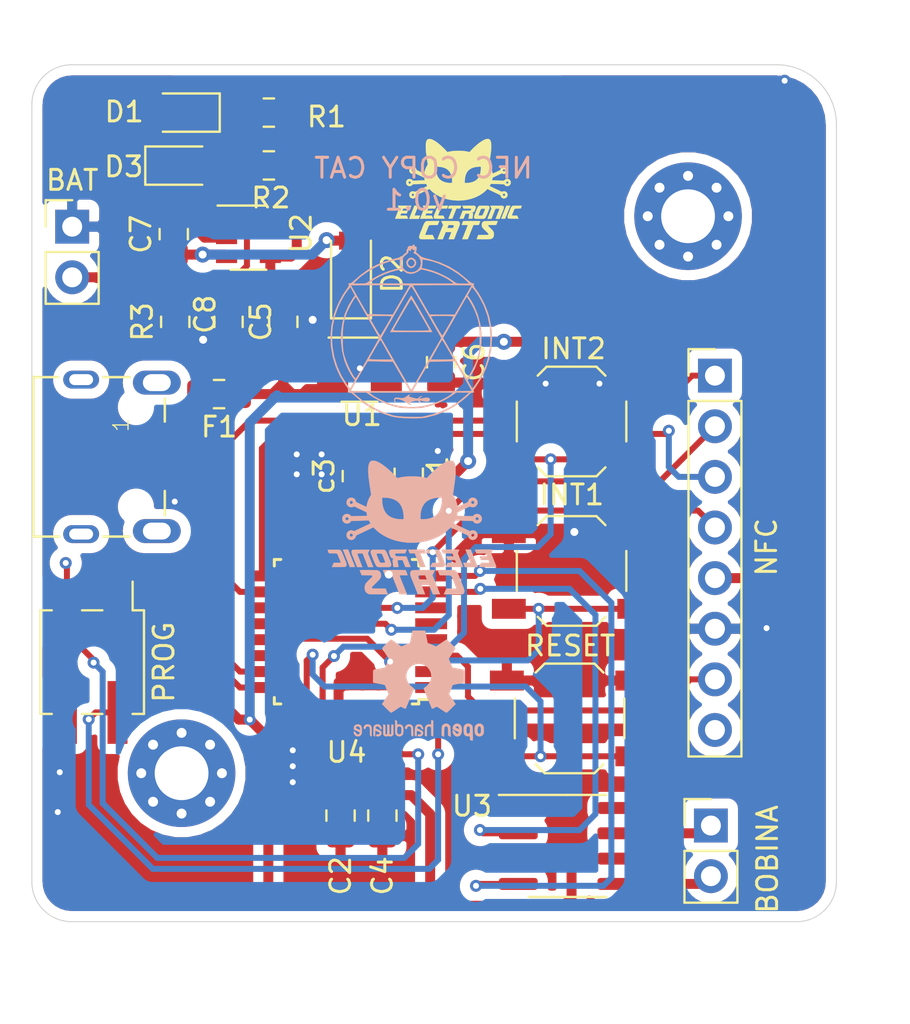
<source format=kicad_pcb>
(kicad_pcb (version 20171130) (host pcbnew "(5.1.2)-2")
  (layers (0 F.Cu signal) (31 B.Cu signal) (34 B.Paste user) (35 F.Paste user) (36 B.SilkS user) (37 F.SilkS user) (38 B.Mask user) (39 F.Mask user) (44 Edge.Cuts user))
  (net 0 "")
  (net 1 +3V3)
  (net 2 GND)
  (net 3 "Net-(C2-Pad1)")
  (net 4 VCC)
  (net 5 /BAT)
  (net 6 "Net-(D1-Pad1)")
  (net 7 "Net-(D3-Pad1)")
  (net 8 "Net-(D3-Pad2)")
  (net 9 "Net-(F1-Pad2)")
  (net 10 /D-)
  (net 11 /D+)
  (net 12 "Net-(J1-Pad4)")
  (net 13 /SWDIO)
  (net 14 /SWCLK)
  (net 15 "/13(SCK)")
  (net 16 "/12(MISO)")
  (net 17 "/11(MOSI)")
  (net 18 "/10(SS)")
  (net 19 /IRQ)
  (net 20 /OUTA)
  (net 21 /OUTB)
  (net 22 "Net-(R3-Pad2)")
  (net 23 /RESET)
  (net 24 "Net-(U3-Pad1)")
  (net 25 /IN_A)
  (net 26 /IN_B)
  (net 27 "Net-(U3-Pad8)")
  (net 28 "Net-(U4-Pad1)")
  (net 29 "Net-(U4-Pad2)")
  (net 30 "Net-(U4-Pad4)")
  (net 31 "Net-(U4-Pad5)")
  (net 32 "Net-(U4-Pad6)")
  (net 33 "Net-(U4-Pad11)")
  (net 34 "Net-(U4-Pad12)")
  (net 35 "Net-(U4-Pad13)")
  (net 36 "Net-(U4-Pad14)")
  (net 37 "Net-(U4-Pad15)")
  (net 38 "Net-(U4-Pad16)")
  (net 39 "Net-(U4-Pad21)")
  (net 40 "Net-(U4-Pad22)")
  (net 41 /SW1)
  (net 42 /SW2)
  (net 43 "Net-(J4-Pad8)")
  (module Aesthetics:electronic_cats_logo_8x6 (layer B.Cu) (at 146.79 72.42 180)
    (fp_text reference G*** hide)
    (fp_text value LOGO hide)
  )
  (module Imágenes:alm (layer B.Cu) (at 146.68 62.58 180)
    (fp_text reference G*** hide)
    (fp_text value LOGO hide)
  )
  (module Symbol:OSHW-Logo2_7.3x6mm_SilkScreen (layer B.Cu) (at 147.13 80.35 180)
    (fp_text reference REF** hide)
    (fp_text value OSHW-Logo2_7.3x6mm_SilkScreen hide)
  )
  (module Aesthetics:electronic_cats_logo_4x3 (layer F.Cu) (at 149.12 55.44)
    (fp_text reference G*** hide)
    (fp_text value LOGO hide)
  )
  (module Package_QFP:TQFP-32_7x7mm_P0.8mm (layer F.Cu) (at 143.5 77.65 180)
    (fp_text reference U4 (at 0 -6.05) (layer F.SilkS))
    (fp_text value ATSAMD21E18A)
    (pad 1 smd rect (at -4.25 -2.8 180) (size 1.6 0.55) (layers F.Cu F.Paste F.Mask) (net 28 "Net-(U4-Pad1)"))
    (pad 2 smd rect (at -4.25 -2 180) (size 1.6 0.55) (layers F.Cu F.Paste F.Mask) (net 29 "Net-(U4-Pad2)"))
    (pad 3 smd rect (at -4.25 -1.2 180) (size 1.6 0.55) (layers F.Cu F.Paste F.Mask) (net 19 /IRQ))
    (pad 4 smd rect (at -4.25 -0.4 180) (size 1.6 0.55) (layers F.Cu F.Paste F.Mask) (net 30 "Net-(U4-Pad4)"))
    (pad 5 smd rect (at -4.25 0.4 180) (size 1.6 0.55) (layers F.Cu F.Paste F.Mask) (net 31 "Net-(U4-Pad5)"))
    (pad 6 smd rect (at -4.25 1.2 180) (size 1.6 0.55) (layers F.Cu F.Paste F.Mask) (net 32 "Net-(U4-Pad6)"))
    (pad 7 smd rect (at -4.25 2 180) (size 1.6 0.55) (layers F.Cu F.Paste F.Mask) (net 25 /IN_A))
    (pad 8 smd rect (at -4.25 2.8 180) (size 1.6 0.55) (layers F.Cu F.Paste F.Mask) (net 26 /IN_B))
    (pad 9 smd rect (at -2.8 4.25 270) (size 1.6 0.55) (layers F.Cu F.Paste F.Mask) (net 1 +3V3))
    (pad 10 smd rect (at -2 4.25 270) (size 1.6 0.55) (layers F.Cu F.Paste F.Mask) (net 2 GND))
    (pad 11 smd rect (at -1.2 4.25 270) (size 1.6 0.55) (layers F.Cu F.Paste F.Mask) (net 33 "Net-(U4-Pad11)"))
    (pad 12 smd rect (at -0.4 4.25 270) (size 1.6 0.55) (layers F.Cu F.Paste F.Mask) (net 34 "Net-(U4-Pad12)"))
    (pad 13 smd rect (at 0.4 4.25 270) (size 1.6 0.55) (layers F.Cu F.Paste F.Mask) (net 35 "Net-(U4-Pad13)"))
    (pad 14 smd rect (at 1.2 4.25 270) (size 1.6 0.55) (layers F.Cu F.Paste F.Mask) (net 36 "Net-(U4-Pad14)"))
    (pad 15 smd rect (at 2 4.25 270) (size 1.6 0.55) (layers F.Cu F.Paste F.Mask) (net 37 "Net-(U4-Pad15)"))
    (pad 16 smd rect (at 2.8 4.25 270) (size 1.6 0.55) (layers F.Cu F.Paste F.Mask) (net 38 "Net-(U4-Pad16)"))
    (pad 17 smd rect (at 4.25 2.8 180) (size 1.6 0.55) (layers F.Cu F.Paste F.Mask) (net 17 "/11(MOSI)"))
    (pad 18 smd rect (at 4.25 2 180) (size 1.6 0.55) (layers F.Cu F.Paste F.Mask) (net 15 "/13(SCK)"))
    (pad 19 smd rect (at 4.25 1.2 180) (size 1.6 0.55) (layers F.Cu F.Paste F.Mask) (net 18 "/10(SS)"))
    (pad 20 smd rect (at 4.25 0.4 180) (size 1.6 0.55) (layers F.Cu F.Paste F.Mask) (net 16 "/12(MISO)"))
    (pad 21 smd rect (at 4.25 -0.4 180) (size 1.6 0.55) (layers F.Cu F.Paste F.Mask) (net 39 "Net-(U4-Pad21)"))
    (pad 22 smd rect (at 4.25 -1.2 180) (size 1.6 0.55) (layers F.Cu F.Paste F.Mask) (net 40 "Net-(U4-Pad22)"))
    (pad 23 smd rect (at 4.25 -2 180) (size 1.6 0.55) (layers F.Cu F.Paste F.Mask) (net 10 /D-))
    (pad 24 smd rect (at 4.25 -2.8 180) (size 1.6 0.55) (layers F.Cu F.Paste F.Mask) (net 11 /D+))
    (pad 25 smd rect (at 2.8 -4.25 270) (size 1.6 0.55) (layers F.Cu F.Paste F.Mask) (net 41 /SW1))
    (pad 26 smd rect (at 2 -4.25 270) (size 1.6 0.55) (layers F.Cu F.Paste F.Mask) (net 23 /RESET))
    (pad 27 smd rect (at 1.2 -4.25 270) (size 1.6 0.55) (layers F.Cu F.Paste F.Mask) (net 42 /SW2))
    (pad 28 smd rect (at 0.4 -4.25 270) (size 1.6 0.55) (layers F.Cu F.Paste F.Mask) (net 2 GND))
    (pad 29 smd rect (at -0.4 -4.25 270) (size 1.6 0.55) (layers F.Cu F.Paste F.Mask) (net 3 "Net-(C2-Pad1)"))
    (pad 30 smd rect (at -1.2 -4.25 270) (size 1.6 0.55) (layers F.Cu F.Paste F.Mask) (net 1 +3V3))
    (pad 31 smd rect (at -2 -4.25 270) (size 1.6 0.55) (layers F.Cu F.Paste F.Mask) (net 14 /SWCLK))
    (pad 32 smd rect (at -2.8 -4.25 270) (size 1.6 0.55) (layers F.Cu F.Paste F.Mask) (net 13 /SWDIO))
  )
  (module Package_SO:SOIC-8_3.9x4.9mm_P1.27mm (layer F.Cu) (at 154.6 88.4)
    (fp_text reference U3 (at -4.8 -2) (layer F.SilkS))
    (fp_text value TC4424)
    (pad 1 smd roundrect (at -2.475 -1.905) (size 1.95 0.6) (layers F.Cu F.Paste F.Mask) (net 24 "Net-(U3-Pad1)"))
    (pad 2 smd roundrect (at -2.475 -0.635) (size 1.95 0.6) (layers F.Cu F.Paste F.Mask) (net 25 /IN_A))
    (pad 3 smd roundrect (at -2.475 0.635) (size 1.95 0.6) (layers F.Cu F.Paste F.Mask) (net 2 GND))
    (pad 4 smd roundrect (at -2.475 1.905) (size 1.95 0.6) (layers F.Cu F.Paste F.Mask) (net 26 /IN_B))
    (pad 5 smd roundrect (at 2.475 1.905) (size 1.95 0.6) (layers F.Cu F.Paste F.Mask) (net 21 /OUTB))
    (pad 6 smd roundrect (at 2.475 0.635) (size 1.95 0.6) (layers F.Cu F.Paste F.Mask) (net 1 +3V3))
    (pad 7 smd roundrect (at 2.475 -0.635) (size 1.95 0.6) (layers F.Cu F.Paste F.Mask) (net 20 /OUTA))
    (pad 8 smd roundrect (at 2.475 -1.905) (size 1.95 0.6) (layers F.Cu F.Paste F.Mask) (net 27 "Net-(U3-Pad8)"))
  )
  (module MountingHole:MountingHole_2.7mm_M2.5_Pad_Via (layer F.Cu) (at 160.65 56.8)
    (fp_text reference " " (at 0 -3.7) (layer F.SilkS))
    (fp_text value MountingHole_2.7mm_M2.5_Pad_Via)
    (pad 1 thru_hole circle (at 1.431891 -1.431891) (size 0.8 0.8) (drill 0.5) (layers *.Cu *.Mask))
    (pad 1 thru_hole circle (at 0 -2.025) (size 0.8 0.8) (drill 0.5) (layers *.Cu *.Mask))
    (pad 1 thru_hole circle (at -1.431891 -1.431891) (size 0.8 0.8) (drill 0.5) (layers *.Cu *.Mask))
    (pad 1 thru_hole circle (at -2.025 0) (size 0.8 0.8) (drill 0.5) (layers *.Cu *.Mask))
    (pad 1 thru_hole circle (at -1.431891 1.431891) (size 0.8 0.8) (drill 0.5) (layers *.Cu *.Mask))
    (pad 1 thru_hole circle (at 0 2.025) (size 0.8 0.8) (drill 0.5) (layers *.Cu *.Mask))
    (pad 1 thru_hole circle (at 1.431891 1.431891) (size 0.8 0.8) (drill 0.5) (layers *.Cu *.Mask))
    (pad 1 thru_hole circle (at 2.025 0) (size 0.8 0.8) (drill 0.5) (layers *.Cu *.Mask))
    (pad 1 thru_hole circle (at 0 0) (size 5.4 5.4) (drill 2.7) (layers *.Cu *.Mask))
  )
  (module MountingHole:MountingHole_2.7mm_M2.5_Pad_Via (layer F.Cu) (at 135.218109 84.75)
    (fp_text reference " " (at 0 -3.7) (layer F.SilkS))
    (fp_text value MountingHole_2.7mm_M2.5_Pad_Via)
    (pad 1 thru_hole circle (at 1.431891 -1.431891) (size 0.8 0.8) (drill 0.5) (layers *.Cu *.Mask))
    (pad 1 thru_hole circle (at 0 -2.025) (size 0.8 0.8) (drill 0.5) (layers *.Cu *.Mask))
    (pad 1 thru_hole circle (at -1.431891 -1.431891) (size 0.8 0.8) (drill 0.5) (layers *.Cu *.Mask))
    (pad 1 thru_hole circle (at -2.025 0) (size 0.8 0.8) (drill 0.5) (layers *.Cu *.Mask))
    (pad 1 thru_hole circle (at -1.431891 1.431891) (size 0.8 0.8) (drill 0.5) (layers *.Cu *.Mask))
    (pad 1 thru_hole circle (at 0 2.025) (size 0.8 0.8) (drill 0.5) (layers *.Cu *.Mask))
    (pad 1 thru_hole circle (at 1.431891 1.431891) (size 0.8 0.8) (drill 0.5) (layers *.Cu *.Mask))
    (pad 1 thru_hole circle (at 2.025 0) (size 0.8 0.8) (drill 0.5) (layers *.Cu *.Mask))
    (pad 1 thru_hole circle (at 0 0) (size 5.4 5.4) (drill 2.7) (layers *.Cu *.Mask))
  )
  (module Button_Switch_SMD:SW_SPST_TL3342 (layer F.Cu) (at 154.8 74.6 180)
    (fp_text reference INT1 (at -0.01 3.82) (layer F.SilkS))
    (fp_text value SW_DPST_x2)
    (pad 1 smd rect (at -3.15 -1.9 180) (size 1.7 1) (layers F.Cu F.Paste F.Mask) (net 41 /SW1))
    (pad 1 smd rect (at 3.15 -1.9 180) (size 1.7 1) (layers F.Cu F.Paste F.Mask) (net 41 /SW1))
    (pad 2 smd rect (at -3.15 1.9 180) (size 1.7 1) (layers F.Cu F.Paste F.Mask) (net 2 GND))
    (pad 2 smd rect (at 3.15 1.9 180) (size 1.7 1) (layers F.Cu F.Paste F.Mask) (net 2 GND))
  )
  (module Connector_PinHeader_2.54mm:PinHeader_1x08_P2.54mm_Vertical (layer F.Cu) (at 162 64.8)
    (fp_text reference NFC (at 2.592 8.606 90) (layer F.SilkS))
    (fp_text value Conn_01x08)
    (pad 1 thru_hole rect (at 0 0) (size 1.7 1.7) (drill 1) (layers *.Cu *.Mask) (net 15 "/13(SCK)"))
    (pad 2 thru_hole oval (at 0 2.54) (size 1.7 1.7) (drill 1) (layers *.Cu *.Mask) (net 16 "/12(MISO)"))
    (pad 3 thru_hole oval (at 0 5.08) (size 1.7 1.7) (drill 1) (layers *.Cu *.Mask) (net 17 "/11(MOSI)"))
    (pad 4 thru_hole oval (at 0 7.62) (size 1.7 1.7) (drill 1) (layers *.Cu *.Mask) (net 18 "/10(SS)"))
    (pad 5 thru_hole oval (at 0 10.16) (size 1.7 1.7) (drill 1) (layers *.Cu *.Mask) (net 1 +3V3))
    (pad 6 thru_hole oval (at 0 12.7) (size 1.7 1.7) (drill 1) (layers *.Cu *.Mask) (net 2 GND))
    (pad 7 thru_hole oval (at 0 15.24) (size 1.7 1.7) (drill 1) (layers *.Cu *.Mask) (net 19 /IRQ))
    (pad 8 thru_hole oval (at 0 17.78) (size 1.7 1.7) (drill 1) (layers *.Cu *.Mask) (net 43 "Net-(J4-Pad8)"))
  )
  (module Capacitor_SMD:C_0805_2012Metric_Pad1.15x1.40mm_HandSolder (layer F.Cu) (at 146.625 69.725 90)
    (fp_text reference c1 (at 0 1.457 270) (layer F.SilkS))
    (fp_text value 0.1uf)
    (pad 1 smd roundrect (at -1.025 0 90) (size 1.15 1.4) (layers F.Cu F.Paste F.Mask) (roundrect_rratio 0.217391) (net 1 +3V3))
    (pad 2 smd roundrect (at 1.025 0 90) (size 1.15 1.4) (layers F.Cu F.Paste F.Mask) (roundrect_rratio 0.217391) (net 2 GND))
  )
  (module Capacitor_SMD:C_0805_2012Metric_Pad1.15x1.40mm_HandSolder (layer F.Cu) (at 143.2 86.875 270)
    (fp_text reference C2 (at 3.025 0 90) (layer F.SilkS))
    (fp_text value 0.1uf)
    (pad 2 smd roundrect (at 1.025 0 270) (size 1.15 1.4) (layers F.Cu F.Paste F.Mask) (roundrect_rratio 0.217391) (net 2 GND))
    (pad 1 smd roundrect (at -1.025 0 270) (size 1.15 1.4) (layers F.Cu F.Paste F.Mask) (roundrect_rratio 0.217391) (net 3 "Net-(C2-Pad1)"))
  )
  (module Capacitor_SMD:C_0805_2012Metric_Pad1.15x1.40mm_HandSolder (layer F.Cu) (at 144.018 69.841 90)
    (fp_text reference c3 (at 0 -1.65 90) (layer F.SilkS))
    (fp_text value 0.1uf)
    (pad 1 smd roundrect (at -1.025 0 90) (size 1.15 1.4) (layers F.Cu F.Paste F.Mask) (roundrect_rratio 0.217391) (net 1 +3V3))
    (pad 2 smd roundrect (at 1.025 0 90) (size 1.15 1.4) (layers F.Cu F.Paste F.Mask) (roundrect_rratio 0.217391) (net 2 GND))
  )
  (module Capacitor_SMD:C_0805_2012Metric_Pad1.15x1.40mm_HandSolder (layer F.Cu) (at 145.3 86.875 270)
    (fp_text reference C4 (at 3.025 0 90) (layer F.SilkS))
    (fp_text value 0.1UF)
    (pad 2 smd roundrect (at 1.025 0 270) (size 1.15 1.4) (layers F.Cu F.Paste F.Mask) (roundrect_rratio 0.217391) (net 2 GND))
    (pad 1 smd roundrect (at -1.025 0 270) (size 1.15 1.4) (layers F.Cu F.Paste F.Mask) (roundrect_rratio 0.217391) (net 1 +3V3))
  )
  (module Capacitor_SMD:C_0805_2012Metric_Pad1.15x1.40mm_HandSolder (layer F.Cu) (at 140.325 62.1 90)
    (fp_text reference C5 (at 0 -1.133 90) (layer F.SilkS))
    (fp_text value 1uf)
    (pad 1 smd roundrect (at -1.025 0 90) (size 1.15 1.4) (layers F.Cu F.Paste F.Mask) (roundrect_rratio 0.217391) (net 4 VCC))
    (pad 2 smd roundrect (at 1.025 0 90) (size 1.15 1.4) (layers F.Cu F.Paste F.Mask) (roundrect_rratio 0.217391) (net 2 GND))
  )
  (module Capacitor_SMD:C_0805_2012Metric_Pad1.15x1.40mm_HandSolder (layer F.Cu) (at 148.25 64.125 270)
    (fp_text reference C6 (at 0 -1.65 90) (layer F.SilkS))
    (fp_text value C)
    (pad 2 smd roundrect (at 1.025 0 270) (size 1.15 1.4) (layers F.Cu F.Paste F.Mask) (roundrect_rratio 0.217391) (net 2 GND))
    (pad 1 smd roundrect (at -1.025 0 270) (size 1.15 1.4) (layers F.Cu F.Paste F.Mask) (roundrect_rratio 0.217391) (net 1 +3V3))
  )
  (module Capacitor_SMD:C_0805_2012Metric_Pad1.15x1.40mm_HandSolder (layer F.Cu) (at 134.825 57.7 90)
    (fp_text reference C7 (at 0 -1.65 90) (layer F.SilkS))
    (fp_text value C)
    (pad 2 smd roundrect (at 1.025 0 90) (size 1.15 1.4) (layers F.Cu F.Paste F.Mask) (roundrect_rratio 0.217391) (net 2 GND))
    (pad 1 smd roundrect (at -1.025 0 90) (size 1.15 1.4) (layers F.Cu F.Paste F.Mask) (roundrect_rratio 0.217391) (net 5 /BAT))
  )
  (module Capacitor_SMD:C_0805_2012Metric_Pad1.15x1.40mm_HandSolder (layer F.Cu) (at 137.575 62.1 270)
    (fp_text reference C8 (at -0.378 1.177 90) (layer F.SilkS))
    (fp_text value C)
    (pad 1 smd roundrect (at -1.025 0 270) (size 1.15 1.4) (layers F.Cu F.Paste F.Mask) (roundrect_rratio 0.217391) (net 4 VCC))
    (pad 2 smd roundrect (at 1.025 0 270) (size 1.15 1.4) (layers F.Cu F.Paste F.Mask) (roundrect_rratio 0.217391) (net 2 GND))
  )
  (module LED_SMD:LED_0805_2012Metric_Pad1.15x1.40mm_HandSolder (layer F.Cu) (at 135.275 51.6 180)
    (fp_text reference D1 (at 2.941 0.038) (layer F.SilkS))
    (fp_text value LED_Small)
    (pad 1 smd roundrect (at -1.025 0 180) (size 1.15 1.4) (layers F.Cu F.Paste F.Mask) (roundrect_rratio 0.217391) (net 6 "Net-(D1-Pad1)"))
    (pad 2 smd roundrect (at 1.025 0 180) (size 1.15 1.4) (layers F.Cu F.Paste F.Mask) (roundrect_rratio 0.217391) (net 1 +3V3))
  )
  (module Diode_SMD:D_SOD-123 (layer F.Cu) (at 143.725 59.675 90)
    (fp_text reference D2 (at 0 2.071 90) (layer F.SilkS))
    (fp_text value D_Schottky)
    (pad 1 smd rect (at -1.65 0 90) (size 0.9 1.2) (layers F.Cu F.Paste F.Mask) (net 4 VCC))
    (pad 2 smd rect (at 1.65 0 90) (size 0.9 1.2) (layers F.Cu F.Paste F.Mask) (net 5 /BAT))
  )
  (module LED_SMD:LED_0805_2012Metric_Pad1.15x1.40mm_HandSolder (layer F.Cu) (at 135.255 54.26)
    (fp_text reference D3 (at -2.941 0.056) (layer F.SilkS))
    (fp_text value LED)
    (pad 2 smd roundrect (at 1.025 0) (size 1.15 1.4) (layers F.Cu F.Paste F.Mask) (roundrect_rratio 0.217391) (net 8 "Net-(D3-Pad2)"))
    (pad 1 smd roundrect (at -1.025 0) (size 1.15 1.4) (layers F.Cu F.Paste F.Mask) (roundrect_rratio 0.217391) (net 7 "Net-(D3-Pad1)"))
  )
  (module Fuse:Fuse_0805_2012Metric_Pad1.15x1.40mm_HandSolder (layer F.Cu) (at 137.1 65.725 180)
    (fp_text reference F1 (at 0 -1.65) (layer F.SilkS))
    (fp_text value Polyfuse)
    (pad 1 smd roundrect (at -1.025 0 180) (size 1.15 1.4) (layers F.Cu F.Paste F.Mask) (roundrect_rratio 0.217391) (net 4 VCC))
    (pad 2 smd roundrect (at 1.025 0 180) (size 1.15 1.4) (layers F.Cu F.Paste F.Mask) (roundrect_rratio 0.217391) (net 9 "Net-(F1-Pad2)"))
  )
  (module Connectors_EC:629105150521 (layer F.Cu) (at 132.925 68.875 270)
    (fp_text reference J1)
    (fp_text value USB_B_Micro)
    (fp_text user 1 (at -1.6 0.75 90) (layer F.SilkS) (effects (font (size 0.77216 0.77216) (thickness 0.065024))))
    (pad 1 smd rect (at -1.3 -1.05 270) (size 0.45 1.3) (layers F.Cu F.Paste F.Mask) (net 9 "Net-(F1-Pad2)"))
    (pad 2 smd rect (at -0.65 -1.05 270) (size 0.45 1.3) (layers F.Cu F.Paste F.Mask) (net 10 /D-))
    (pad 3 smd rect (at 0 -1.05 270) (size 0.45 1.3) (layers F.Cu F.Paste F.Mask) (net 11 /D+))
    (pad 4 smd rect (at 0.65 -1.05 270) (size 0.45 1.3) (layers F.Cu F.Paste F.Mask) (net 12 "Net-(J1-Pad4)"))
    (pad 5 smd rect (at 1.3 -1.05 270) (size 0.45 1.3) (layers F.Cu F.Paste F.Mask) (net 2 GND))
    (pad SHEL thru_hole oval (at -3.725 -1.05) (size 2.4 1.2) (drill oval 1.4 0.85) (layers *.Cu *.Mask))
    (pad SHEL thru_hole oval (at 3.725 -1.05) (size 2.4 1.2) (drill oval 1.4 0.85) (layers *.Cu *.Mask))
    (pad SHEL thru_hole oval (at -3.875 2.75) (size 1.8 0.9) (drill oval 1.2 0.55) (layers *.Cu *.Mask))
    (pad SHEL thru_hole oval (at 3.875 2.75) (size 1.8 0.9) (drill oval 1.2 0.55) (layers *.Cu *.Mask))
    (pad "" np_thru_hole circle (at -2.5 0 270) (size 0.8 0.8) (drill 0.8) (layers *.Cu))
    (pad "" np_thru_hole circle (at 2.5 0 270) (size 0.8 0.8) (drill 0.8) (layers *.Cu))
  )
  (module Connector_PinHeader_2.54mm:PinHeader_1x02_P2.54mm_Vertical (layer F.Cu) (at 129.725 57.325)
    (fp_text reference BAT (at 0 -2.33) (layer F.SilkS))
    (fp_text value Screw_Terminal_01x02)
    (pad 1 thru_hole rect (at 0 0) (size 1.7 1.7) (drill 1) (layers *.Cu *.Mask) (net 2 GND))
    (pad 2 thru_hole oval (at 0 2.54) (size 1.7 1.7) (drill 1) (layers *.Cu *.Mask) (net 5 /BAT))
  )
  (module Connector_PinHeader_2.54mm:PinHeader_2x02_P2.54mm_Vertical_SMD (layer F.Cu) (at 130.73 79.175 270)
    (fp_text reference PROG (at 0 -3.6 90) (layer F.SilkS))
    (fp_text value Conn_02x02_Counter_Clockwise)
    (pad 1 smd rect (at -2.525 -1.27 270) (size 3.15 1) (layers F.Cu F.Paste F.Mask) (net 1 +3V3))
    (pad 2 smd rect (at 2.525 -1.27 270) (size 3.15 1) (layers F.Cu F.Paste F.Mask) (net 13 /SWDIO))
    (pad 3 smd rect (at -2.525 1.27 270) (size 3.15 1) (layers F.Cu F.Paste F.Mask) (net 14 /SWCLK))
    (pad 4 smd rect (at 2.525 1.27 270) (size 3.15 1) (layers F.Cu F.Paste F.Mask) (net 2 GND))
  )
  (module Connector_PinHeader_2.54mm:PinHeader_1x02_P2.54mm_Vertical (layer F.Cu) (at 161.798 87.376)
    (fp_text reference BOBINA (at 2.842 1.696 90) (layer F.SilkS))
    (fp_text value Conn_01x02)
    (pad 2 thru_hole oval (at 0 2.54) (size 1.7 1.7) (drill 1) (layers *.Cu *.Mask) (net 21 /OUTB))
    (pad 1 thru_hole rect (at 0 0) (size 1.7 1.7) (drill 1) (layers *.Cu *.Mask) (net 20 /OUTA))
  )
  (module Resistor_SMD:R_0805_2012Metric_Pad1.15x1.40mm_HandSolder (layer F.Cu) (at 139.6 51.6)
    (fp_text reference R1 (at 2.894 0.216) (layer F.SilkS))
    (fp_text value 330)
    (pad 1 smd roundrect (at -1.025 0) (size 1.15 1.4) (layers F.Cu F.Paste F.Mask) (roundrect_rratio 0.217391) (net 6 "Net-(D1-Pad1)"))
    (pad 2 smd roundrect (at 1.025 0) (size 1.15 1.4) (layers F.Cu F.Paste F.Mask) (roundrect_rratio 0.217391) (net 2 GND))
  )
  (module Resistor_SMD:R_0805_2012Metric_Pad1.15x1.40mm_HandSolder (layer F.Cu) (at 139.6 54.25 180)
    (fp_text reference R2 (at -0.1 -1.63) (layer F.SilkS))
    (fp_text value R)
    (pad 1 smd roundrect (at -1.025 0 180) (size 1.15 1.4) (layers F.Cu F.Paste F.Mask) (roundrect_rratio 0.217391) (net 4 VCC))
    (pad 2 smd roundrect (at 1.025 0 180) (size 1.15 1.4) (layers F.Cu F.Paste F.Mask) (roundrect_rratio 0.217391) (net 8 "Net-(D3-Pad2)"))
  )
  (module Resistor_SMD:R_0805_2012Metric_Pad1.15x1.40mm_HandSolder (layer F.Cu) (at 134.9 62.1 90)
    (fp_text reference R3 (at 0 -1.65 90) (layer F.SilkS))
    (fp_text value R)
    (pad 2 smd roundrect (at 1.025 0 90) (size 1.15 1.4) (layers F.Cu F.Paste F.Mask) (roundrect_rratio 0.217391) (net 22 "Net-(R3-Pad2)"))
    (pad 1 smd roundrect (at -1.025 0 90) (size 1.15 1.4) (layers F.Cu F.Paste F.Mask) (roundrect_rratio 0.217391) (net 2 GND))
  )
  (module Button_Switch_SMD:SW_SPST_TL3342 (layer F.Cu) (at 154.7 82 180)
    (fp_text reference RESET (at -0.03 3.64) (layer F.SilkS))
    (fp_text value SW_DPST_x2)
    (pad 1 smd rect (at -3.15 -1.9 180) (size 1.7 1) (layers F.Cu F.Paste F.Mask) (net 23 /RESET))
    (pad 1 smd rect (at 3.15 -1.9 180) (size 1.7 1) (layers F.Cu F.Paste F.Mask) (net 23 /RESET))
    (pad 2 smd rect (at -3.15 1.9 180) (size 1.7 1) (layers F.Cu F.Paste F.Mask) (net 2 GND))
    (pad 2 smd rect (at 3.15 1.9 180) (size 1.7 1) (layers F.Cu F.Paste F.Mask) (net 2 GND))
  )
  (module Button_Switch_SMD:SW_SPST_TL3342 (layer F.Cu) (at 154.8 67.1 180)
    (fp_text reference INT2 (at -0.1 3.65 180) (layer F.SilkS))
    (fp_text value SW_DPST_x2)
    (pad 1 smd rect (at -3.15 -1.9 180) (size 1.7 1) (layers F.Cu F.Paste F.Mask) (net 42 /SW2))
    (pad 1 smd rect (at 3.15 -1.9 180) (size 1.7 1) (layers F.Cu F.Paste F.Mask) (net 42 /SW2))
    (pad 2 smd rect (at -3.15 1.9 180) (size 1.7 1) (layers F.Cu F.Paste F.Mask) (net 2 GND))
    (pad 2 smd rect (at 3.15 1.9 180) (size 1.7 1) (layers F.Cu F.Paste F.Mask) (net 2 GND))
  )
  (module Package_TO_SOT_SMD:SOT-23-5_HandSoldering (layer F.Cu) (at 144.15 64.5)
    (fp_text reference U1 (at 0.122 2.302) (layer F.SilkS))
    (fp_text value AP2112K-3.3TRG1)
    (pad 1 smd rect (at -1.35 -0.95) (size 1.56 0.65) (layers F.Cu F.Paste F.Mask) (net 4 VCC))
    (pad 2 smd rect (at -1.35 0) (size 1.56 0.65) (layers F.Cu F.Paste F.Mask) (net 2 GND))
    (pad 3 smd rect (at -1.35 0.95) (size 1.56 0.65) (layers F.Cu F.Paste F.Mask) (net 4 VCC))
    (pad 4 smd rect (at 1.35 0.95) (size 1.56 0.65) (layers F.Cu F.Paste F.Mask))
    (pad 5 smd rect (at 1.35 -0.95) (size 1.56 0.65) (layers F.Cu F.Paste F.Mask) (net 1 +3V3))
  )
  (module Package_TO_SOT_SMD:SOT-23-5 (layer F.Cu) (at 138.575 57.875)
    (fp_text reference U2 (at 2.649 -0.217 90) (layer F.SilkS))
    (fp_text value MCP73831-2-OT)
    (pad 1 smd rect (at -1.1 -0.95) (size 1.06 0.65) (layers F.Cu F.Paste F.Mask) (net 7 "Net-(D3-Pad1)"))
    (pad 2 smd rect (at -1.1 0) (size 1.06 0.65) (layers F.Cu F.Paste F.Mask) (net 2 GND))
    (pad 3 smd rect (at -1.1 0.95) (size 1.06 0.65) (layers F.Cu F.Paste F.Mask) (net 5 /BAT))
    (pad 4 smd rect (at 1.1 0.95) (size 1.06 0.65) (layers F.Cu F.Paste F.Mask) (net 4 VCC))
    (pad 5 smd rect (at 1.1 -0.95) (size 1.06 0.65) (layers F.Cu F.Paste F.Mask) (net 22 "Net-(R3-Pad2)"))
  )
  (gr_text "NFC COPY CAT \nv0.1" (at 146.98 55.19) (layer B.SilkS) (effects (font (size 1 1)) (justify mirror)))
  (gr_arc (start 129.7 90.2) (end 127.7 90.2) (angle -90) (layer Edge.Cuts) (width 0.05))
  (gr_arc (start 166.1 90.2) (end 166.1 92.2) (angle -90) (layer Edge.Cuts) (width 0.05))
  (gr_arc (start 129.7 51.2) (end 129.7 49.2) (angle -90) (layer Edge.Cuts) (width 0.05))
  (gr_arc (start 165.1 52.2) (end 168.1 52.2) (angle -90) (layer Edge.Cuts) (width 0.05))
  (gr_line (start 168.1 52.2) (end 168.1 90.2) (layer Edge.Cuts) (width 0.05))
  (gr_line (start 129.7 49.2) (end 165.1 49.2) (layer Edge.Cuts) (width 0.05))
  (gr_line (start 127.7 90.2) (end 127.7 51.2) (layer Edge.Cuts) (width 0.05))
  (gr_line (start 166.1 92.2) (end 129.7 92.2) (layer Edge.Cuts) (width 0.05))
  (segment (start 147.23 63.1) (end 148.25 63.1) (width 0.5) (layer F.Cu) (net 1))
  (segment (start 145.5 63.55) (end 146.78 63.55) (width 0.5) (layer F.Cu) (net 1))
  (segment (start 146.78 63.55) (end 147.23 63.1) (width 0.5) (layer F.Cu) (net 1))
  (segment (start 148.59 70.104) (end 147.944 70.75) (width 0.5) (layer F.Cu) (net 1))
  (segment (start 147.944 70.75) (end 146.625 70.75) (width 0.5) (layer F.Cu) (net 1))
  (segment (start 146.509 70.866) (end 146.625 70.75) (width 0.5) (layer F.Cu) (net 1))
  (segment (start 144.018 70.866) (end 146.509 70.866) (width 0.5) (layer F.Cu) (net 1))
  (segment (start 146.625 70.75) (end 146.625 71.561) (width 0.5) (layer F.Cu) (net 1))
  (segment (start 146.3 71.886) (end 146.3 73.4) (width 0.5) (layer F.Cu) (net 1))
  (segment (start 146.625 71.561) (end 146.3 71.886) (width 0.5) (layer F.Cu) (net 1))
  (segment (start 148.25 63.1) (end 149.206 63.1) (width 0.5) (layer F.Cu) (net 1))
  (segment (start 155.2 61.5) (end 154.451 62.249) (width 0.5) (layer F.Cu) (net 1))
  (segment (start 154.451 62.249) (end 154.324 62.376) (width 0.5) (layer F.Cu) (net 1))
  (segment (start 154.324 62.376) (end 153.6 63.1) (width 0.5) (layer F.Cu) (net 1))
  (segment (start 155.2 62.224) (end 155.048 62.376) (width 0.5) (layer F.Cu) (net 1))
  (segment (start 155.2 61.5) (end 155.2 62.224) (width 0.5) (layer F.Cu) (net 1))
  (segment (start 155.048 62.376) (end 154.324 62.376) (width 0.5) (layer F.Cu) (net 1))
  (segment (start 155.226 61.5) (end 156.102 62.376) (width 0.5) (layer F.Cu) (net 1))
  (segment (start 155.2 61.5) (end 155.226 61.5) (width 0.5) (layer F.Cu) (net 1))
  (segment (start 156.102 62.376) (end 155.048 62.376) (width 0.5) (layer F.Cu) (net 1))
  (via (at 149.606 69.088) (size 0.8) (drill 0.4) (layers F.Cu B.Cu) (net 1))
  (segment (start 148.59 70.104) (end 149.606 69.088) (width 0.5) (layer F.Cu) (net 1))
  (segment (start 149.244 63.1) (end 149.244 63.138) (width 0.5) (layer F.Cu) (net 1))
  (segment (start 149.968 63.1) (end 149.244 63.1) (width 0.5) (layer F.Cu) (net 1))
  (segment (start 149.244 63.1) (end 148.25 63.1) (width 0.5) (layer F.Cu) (net 1))
  (segment (start 150.514 63.1) (end 149.968 63.1) (width 0.5) (layer F.Cu) (net 1))
  (segment (start 134.25 51.6) (end 135.60001 50.24999) (width 0.5) (layer F.Cu) (net 1))
  (segment (start 135.60001 50.24999) (end 153.44999 50.24999) (width 0.5) (layer F.Cu) (net 1))
  (segment (start 153.44999 50.24999) (end 155.2 52) (width 0.5) (layer F.Cu) (net 1))
  (segment (start 155.2 52) (end 155.2 61.5) (width 0.5) (layer F.Cu) (net 1))
  (segment (start 162 74.96) (end 163.8 74.96) (width 0.5) (layer F.Cu) (net 1))
  (segment (start 163.8 74.96) (end 165.1 73.66) (width 0.5) (layer F.Cu) (net 1))
  (segment (start 165.1 73.66) (end 165.1 62.992) (width 0.5) (layer F.Cu) (net 1))
  (segment (start 164.484 62.376) (end 161.906 62.376) (width 0.5) (layer F.Cu) (net 1))
  (segment (start 165.1 62.992) (end 164.484 62.376) (width 0.5) (layer F.Cu) (net 1))
  (segment (start 161.906 62.376) (end 156.102 62.376) (width 0.5) (layer F.Cu) (net 1))
  (segment (start 157.075 89.035) (end 155.365 89.035) (width 0.5) (layer F.Cu) (net 1))
  (segment (start 155.365 89.035) (end 154.8 89.6) (width 0.5) (layer F.Cu) (net 1))
  (segment (start 154.8 89.6) (end 154.8 91) (width 0.5) (layer F.Cu) (net 1))
  (segment (start 154.8 91) (end 154.4 91.4) (width 0.5) (layer F.Cu) (net 1))
  (segment (start 154.4 91.4) (end 148.2 91.4) (width 0.5) (layer F.Cu) (net 1))
  (segment (start 147.7 90.9) (end 148.2 91.4) (width 0.5) (layer F.Cu) (net 1))
  (via (at 138.64 82.06) (size 0.6) (drill 0.3) (layers F.Cu B.Cu) (net 1))
  (segment (start 138.64 67.16) (end 138.64 82.06) (width 0.5) (layer B.Cu) (net 1))
  (segment (start 140.014 65.786) (end 138.64 67.16) (width 0.5) (layer B.Cu) (net 1))
  (via (at 151.4 63.1) (size 0.8) (drill 0.4) (layers F.Cu B.Cu) (net 1))
  (segment (start 148.25 63.1) (end 151.4 63.1) (width 0.5) (layer F.Cu) (net 1))
  (segment (start 153.6 63.1) (end 151.4 63.1) (width 0.5) (layer F.Cu) (net 1))
  (segment (start 151.4 63.1) (end 150.514 63.1) (width 0.5) (layer F.Cu) (net 1))
  (segment (start 149.606 63.694) (end 150.2 63.1) (width 0.5) (layer B.Cu) (net 1))
  (segment (start 151.4 63.1) (end 150.2 63.1) (width 0.5) (layer B.Cu) (net 1))
  (segment (start 149.606 69.088) (end 149.606 66.394) (width 0.5) (layer B.Cu) (net 1))
  (segment (start 149.606 66.394) (end 149.606 66.04) (width 0.5) (layer B.Cu) (net 1))
  (segment (start 139.575 90.875) (end 140.1 91.4) (width 0.5) (layer F.Cu) (net 1))
  (segment (start 139.575 82.995) (end 139.575 90.875) (width 0.5) (layer F.Cu) (net 1))
  (segment (start 138.64 82.06) (end 139.575 82.995) (width 0.5) (layer F.Cu) (net 1))
  (segment (start 147.2 91.4) (end 147.7 90.9) (width 0.5) (layer F.Cu) (net 1))
  (segment (start 140.1 91.4) (end 147.2 91.4) (width 0.5) (layer F.Cu) (net 1))
  (segment (start 147.2 91.4) (end 148.2 91.4) (width 0.5) (layer F.Cu) (net 1))
  (segment (start 133.481386 76.65) (end 134.415693 77.584307) (width 0.5) (layer F.Cu) (net 1))
  (segment (start 138.091386 82.06) (end 138.64 82.06) (width 0.5) (layer F.Cu) (net 1))
  (segment (start 134.415693 80.415693) (end 134.415693 77.584307) (width 0.5) (layer F.Cu) (net 1))
  (segment (start 134.884307 80.884307) (end 134.415693 80.415693) (width 0.5) (layer F.Cu) (net 1))
  (segment (start 136.915693 80.884307) (end 134.884307 80.884307) (width 0.5) (layer F.Cu) (net 1))
  (segment (start 136.915693 80.884307) (end 138.091386 82.06) (width 0.5) (layer F.Cu) (net 1))
  (segment (start 132 76.65) (end 133.481386 76.65) (width 0.5) (layer F.Cu) (net 1))
  (segment (start 144.7 81.9) (end 144.7 84.275) (width 0.3) (layer F.Cu) (net 1))
  (segment (start 145.3 85.175) (end 145.3 84.875) (width 0.5) (layer F.Cu) (net 1))
  (segment (start 145.3 85.85) (end 145.3 85.175) (width 0.5) (layer F.Cu) (net 1))
  (segment (start 145.3 84.875) (end 144.7 84.275) (width 0.5) (layer F.Cu) (net 1))
  (segment (start 146.75 85.85) (end 147.7 86.8) (width 0.5) (layer F.Cu) (net 1))
  (segment (start 147.7 86.8) (end 147.7 90.9) (width 0.5) (layer F.Cu) (net 1))
  (segment (start 145.3 85.85) (end 146.75 85.85) (width 0.5) (layer F.Cu) (net 1))
  (segment (start 149.606 65.294) (end 149.606 63.694) (width 0.5) (layer B.Cu) (net 1))
  (segment (start 149.606 66.394) (end 149.606 65.994) (width 0.5) (layer B.Cu) (net 1))
  (segment (start 149.606 65.994) (end 149.606 65.294) (width 0.5) (layer B.Cu) (net 1))
  (segment (start 149.512 65.9) (end 149.606 65.994) (width 0.5) (layer B.Cu) (net 1))
  (segment (start 149.1 65.8) (end 149.606 65.294) (width 0.5) (layer B.Cu) (net 1))
  (segment (start 149.1 65.9) (end 149.1 65.8) (width 0.5) (layer B.Cu) (net 1))
  (segment (start 139.854 65.9) (end 149.1 65.9) (width 0.5) (layer B.Cu) (net 1))
  (segment (start 149.1 65.9) (end 149.512 65.9) (width 0.5) (layer B.Cu) (net 1))
  (segment (start 149.112 65.9) (end 149.606 66.394) (width 0.5) (layer B.Cu) (net 1))
  (segment (start 149.1 65.9) (end 149.112 65.9) (width 0.5) (layer B.Cu) (net 1))
  (segment (start 136.375 57.875) (end 137.475 57.875) (width 0.5) (layer F.Cu) (net 2))
  (segment (start 140.325 61.075) (end 141.925 61.075) (width 0.5) (layer F.Cu) (net 2))
  (segment (start 141.925 61.075) (end 142.2 60.8) (width 0.5) (layer F.Cu) (net 2))
  (segment (start 142.2 60.8) (end 142.2 60.4) (width 0.5) (layer F.Cu) (net 2))
  (segment (start 142.2 60.4) (end 142.5 60.1) (width 0.5) (layer F.Cu) (net 2))
  (segment (start 144.360002 60.1) (end 144.9 60.639998) (width 0.5) (layer F.Cu) (net 2))
  (segment (start 142.5 60.1) (end 144.360002 60.1) (width 0.5) (layer F.Cu) (net 2))
  (segment (start 144.9 60.639998) (end 144.9 62.4) (width 0.5) (layer F.Cu) (net 2))
  (segment (start 144.9 62.4) (end 144.2 63.1) (width 0.5) (layer F.Cu) (net 2))
  (segment (start 144.2 63.1) (end 144.2 64.4) (width 0.5) (layer F.Cu) (net 2))
  (segment (start 144.08 64.5) (end 142.8 64.5) (width 0.5) (layer F.Cu) (net 2))
  (segment (start 144.1 64.5) (end 144.08 64.5) (width 0.5) (layer F.Cu) (net 2))
  (segment (start 144.2 64.4) (end 144.17 64.43) (width 0.5) (layer F.Cu) (net 2))
  (via (at 136.3 63) (size 0.8) (drill 0.4) (layers F.Cu B.Cu) (net 2))
  (via (at 141.8 62) (size 0.8) (drill 0.4) (layers F.Cu B.Cu) (net 2))
  (segment (start 144.17 64.43) (end 144.1 64.5) (width 0.5) (layer F.Cu) (net 2))
  (via (at 144.17 64.43) (size 0.6) (drill 0.3) (layers F.Cu B.Cu) (net 2))
  (via (at 145.62 74.78) (size 0.8) (drill 0.4) (layers F.Cu B.Cu) (net 2))
  (segment (start 145.5 73.4) (end 145.5 74.66) (width 0.5) (layer F.Cu) (net 2))
  (segment (start 145.5 74.66) (end 145.62 74.78) (width 0.5) (layer F.Cu) (net 2))
  (segment (start 134.825 56.675) (end 135.923 56.675) (width 0.5) (layer F.Cu) (net 2))
  (segment (start 136.151 56.903) (end 136.151 57.651) (width 0.5) (layer F.Cu) (net 2))
  (segment (start 135.923 56.675) (end 136.151 56.903) (width 0.5) (layer F.Cu) (net 2))
  (segment (start 136.151 57.651) (end 136.375 57.875) (width 0.5) (layer F.Cu) (net 2))
  (via (at 142.25 68.75) (size 0.6) (drill 0.3) (layers F.Cu B.Cu) (net 2))
  (segment (start 142.45 68.95) (end 142.25 68.75) (width 0.3) (layer B.Cu) (net 2))
  (via (at 141 68.75) (size 0.6) (drill 0.3) (layers F.Cu B.Cu) (net 2))
  (segment (start 142.25 68.75) (end 141 68.75) (width 0.3) (layer F.Cu) (net 2))
  (via (at 141 69.75) (size 0.6) (drill 0.3) (layers F.Cu B.Cu) (net 2))
  (segment (start 141 68.75) (end 141 69.75) (width 0.3) (layer B.Cu) (net 2))
  (via (at 142.25 69.75) (size 0.6) (drill 0.3) (layers F.Cu B.Cu) (net 2))
  (segment (start 141 69.75) (end 142.25 69.75) (width 0.3) (layer F.Cu) (net 2))
  (via (at 165.5 50) (size 0.6) (drill 0.3) (layers F.Cu B.Cu) (net 2))
  (via (at 148.082 68.58) (size 0.6) (drill 0.3) (layers F.Cu B.Cu) (net 2))
  (segment (start 148.25 66.208) (end 148.336 66.294) (width 0.3) (layer F.Cu) (net 2))
  (segment (start 148.25 65.15) (end 148.25 66.208) (width 0.3) (layer F.Cu) (net 2))
  (segment (start 151.65 65.2) (end 151.65 66.028) (width 0.3) (layer F.Cu) (net 2))
  (via (at 134.874 71.12) (size 0.6) (drill 0.3) (layers F.Cu B.Cu) (net 2))
  (via (at 154.94 72.644) (size 0.8) (drill 0.4) (layers F.Cu B.Cu) (net 2))
  (via (at 164.592 77.47) (size 0.6) (drill 0.3) (layers F.Cu B.Cu) (net 2))
  (segment (start 162 77.5) (end 164.562 77.5) (width 0.3) (layer F.Cu) (net 2))
  (segment (start 164.562 77.5) (end 164.592 77.47) (width 0.3) (layer F.Cu) (net 2))
  (segment (start 143.1 81.9) (end 143.1 80.193996) (width 0.5) (layer F.Cu) (net 2))
  (via (at 156.2 65.2) (size 0.6) (drill 0.3) (layers F.Cu B.Cu) (net 2))
  (segment (start 157.95 65.2) (end 156.2 65.2) (width 0.3) (layer F.Cu) (net 2))
  (via (at 153.5 65.2) (size 0.6) (drill 0.3) (layers F.Cu B.Cu) (net 2))
  (segment (start 151.65 65.2) (end 153.5 65.2) (width 0.3) (layer F.Cu) (net 2))
  (segment (start 133.975 70.175) (end 131.975 70.175) (width 0.3) (layer F.Cu) (net 2))
  (via (at 129.1 84.7) (size 0.6) (drill 0.3) (layers F.Cu B.Cu) (net 2))
  (segment (start 129.46 81.7) (end 129.46 84.34) (width 0.3) (layer F.Cu) (net 2))
  (segment (start 129.46 84.34) (end 129.1 84.7) (width 0.3) (layer F.Cu) (net 2))
  (via (at 129 86.7) (size 0.6) (drill 0.3) (layers F.Cu B.Cu) (net 2))
  (segment (start 129.1 84.7) (end 129.1 86.6) (width 0.3) (layer B.Cu) (net 2))
  (segment (start 129.1 86.6) (end 129 86.7) (width 0.3) (layer B.Cu) (net 2))
  (segment (start 143.1 81.9) (end 143.1 80.4) (width 0.3) (layer F.Cu) (net 2))
  (segment (start 143.1 80.4) (end 144 79.5) (width 0.3) (layer F.Cu) (net 2))
  (segment (start 144 79.5) (end 144.1 79.5) (width 0.3) (layer F.Cu) (net 2))
  (segment (start 143.1 81.9) (end 143.1 83) (width 0.3) (layer F.Cu) (net 2))
  (segment (start 143.1 83) (end 142.6 83.5) (width 0.3) (layer F.Cu) (net 2))
  (segment (start 142.6 83.5) (end 141.2 83.5) (width 0.3) (layer F.Cu) (net 2))
  (via (at 140.8 83.6) (size 0.6) (drill 0.3) (layers F.Cu B.Cu) (net 2))
  (segment (start 143.1 83) (end 142.5 83.6) (width 0.3) (layer F.Cu) (net 2))
  (segment (start 142.5 83.6) (end 140.8 83.6) (width 0.3) (layer F.Cu) (net 2))
  (via (at 140.8 84.4) (size 0.6) (drill 0.3) (layers F.Cu B.Cu) (net 2))
  (segment (start 140.8 83.6) (end 140.8 84.4) (width 0.3) (layer B.Cu) (net 2))
  (via (at 140.8 85.2) (size 0.6) (drill 0.3) (layers F.Cu B.Cu) (net 2))
  (segment (start 140.8 84.4) (end 140.8 85.2) (width 0.3) (layer F.Cu) (net 2))
  (segment (start 143.823372 81.976628) (end 143.874999 81.925001) (width 0.3) (layer F.Cu) (net 3))
  (segment (start 143.823372 84.251628) (end 143.823372 81.976628) (width 0.3) (layer F.Cu) (net 3))
  (segment (start 143.2 85.85) (end 143.2 84.875) (width 0.3) (layer F.Cu) (net 3))
  (segment (start 143.2 84.875) (end 143.823372 84.251628) (width 0.3) (layer F.Cu) (net 3))
  (segment (start 138.775 61.075) (end 139 61.3) (width 0.5) (layer F.Cu) (net 4))
  (segment (start 140.325 63.125) (end 139.225 63.125) (width 0.5) (layer F.Cu) (net 4))
  (segment (start 139.225 63.125) (end 139 62.9) (width 0.5) (layer F.Cu) (net 4))
  (segment (start 140.705 58.825) (end 140.8 58.73) (width 0.5) (layer F.Cu) (net 4))
  (segment (start 139.675 58.825) (end 140.705 58.825) (width 0.5) (layer F.Cu) (net 4))
  (segment (start 141 58.53) (end 140.705 58.825) (width 0.5) (layer F.Cu) (net 4))
  (segment (start 141 56.7) (end 141 58.53) (width 0.5) (layer F.Cu) (net 4))
  (segment (start 140.6 56.3) (end 141 56.7) (width 0.5) (layer F.Cu) (net 4))
  (segment (start 140.6 55.075) (end 140.6 56.3) (width 0.5) (layer F.Cu) (net 4))
  (segment (start 140.625 54.25) (end 140.625 55.05) (width 0.5) (layer F.Cu) (net 4))
  (segment (start 140.625 55.05) (end 140.6 55.075) (width 0.5) (layer F.Cu) (net 4))
  (segment (start 139.675 58.975) (end 139.675 58.825) (width 0.5) (layer F.Cu) (net 4))
  (segment (start 139.675 58.825) (end 139.675 59.65) (width 0.5) (layer F.Cu) (net 4))
  (segment (start 139.675 59.65) (end 139 60.325) (width 0.5) (layer F.Cu) (net 4))
  (segment (start 138.693 61.075) (end 139 60.768) (width 0.5) (layer F.Cu) (net 4))
  (segment (start 138.315 61.075) (end 138.693 61.075) (width 0.5) (layer F.Cu) (net 4))
  (segment (start 139 60.768) (end 139 61.3) (width 0.5) (layer F.Cu) (net 4))
  (segment (start 139 60.325) (end 139 60.768) (width 0.5) (layer F.Cu) (net 4))
  (segment (start 137.575 61.075) (end 138.315 61.075) (width 0.5) (layer F.Cu) (net 4))
  (segment (start 138.315 61.075) (end 138.775 61.075) (width 0.5) (layer F.Cu) (net 4))
  (segment (start 138.545 61.075) (end 139 61.53) (width 0.5) (layer F.Cu) (net 4))
  (segment (start 138.315 61.075) (end 138.545 61.075) (width 0.5) (layer F.Cu) (net 4))
  (segment (start 139 62.9) (end 139 61.53) (width 0.5) (layer F.Cu) (net 4))
  (segment (start 139 61.53) (end 139 61.3) (width 0.5) (layer F.Cu) (net 4))
  (segment (start 142.8 62.25) (end 143.725 61.325) (width 0.5) (layer F.Cu) (net 4))
  (segment (start 142.8 63.55) (end 142.8 62.25) (width 0.5) (layer F.Cu) (net 4))
  (segment (start 140.325 65.175) (end 140.325 63.125) (width 0.5) (layer F.Cu) (net 4))
  (segment (start 139.775 65.725) (end 140.325 65.175) (width 0.5) (layer F.Cu) (net 4))
  (segment (start 140.325 65.649) (end 140.401 65.725) (width 0.5) (layer F.Cu) (net 4))
  (segment (start 138.125 65.725) (end 140.401 65.725) (width 0.5) (layer F.Cu) (net 4))
  (segment (start 141.285 65.725) (end 141.534999 65.475001) (width 0.5) (layer F.Cu) (net 4))
  (segment (start 141.534999 65.475001) (end 142.8 65.475001) (width 0.5) (layer F.Cu) (net 4))
  (segment (start 140.325 65.273) (end 140.777 65.725) (width 0.5) (layer F.Cu) (net 4))
  (segment (start 140.325 65.161) (end 140.325 65.273) (width 0.5) (layer F.Cu) (net 4))
  (segment (start 140.777 65.725) (end 141.285 65.725) (width 0.5) (layer F.Cu) (net 4))
  (segment (start 140.401 65.725) (end 140.777 65.725) (width 0.5) (layer F.Cu) (net 4))
  (segment (start 140.325 63.125) (end 140.325 65.161) (width 0.5) (layer F.Cu) (net 4))
  (segment (start 140.325 65.161) (end 140.325 65.649) (width 0.5) (layer F.Cu) (net 4))
  (segment (start 141.125 63.125) (end 141.524999 63.524999) (width 0.5) (layer F.Cu) (net 4))
  (segment (start 140.325 63.125) (end 141.125 63.125) (width 0.5) (layer F.Cu) (net 4))
  (segment (start 141.524999 63.524999) (end 142.8 63.524999) (width 0.5) (layer F.Cu) (net 4))
  (segment (start 130.927081 59.865) (end 130.962081 59.9) (width 0.5) (layer F.Cu) (net 5))
  (segment (start 129.725 59.865) (end 130.927081 59.865) (width 0.5) (layer F.Cu) (net 5))
  (segment (start 130.962081 59.9) (end 131.8 59.9) (width 0.5) (layer F.Cu) (net 5))
  (segment (start 132.975 58.725) (end 134.825 58.725) (width 0.5) (layer F.Cu) (net 5))
  (segment (start 131.8 59.9) (end 132.975 58.725) (width 0.5) (layer F.Cu) (net 5))
  (segment (start 137.375 58.725) (end 137.475 58.825) (width 0.5) (layer F.Cu) (net 5))
  (segment (start 134.825 58.725) (end 136.275 58.725) (width 0.5) (layer F.Cu) (net 5))
  (segment (start 136.275 58.725) (end 137.375 58.725) (width 0.5) (layer F.Cu) (net 5))
  (via (at 136.275 58.725) (size 0.8) (drill 0.4) (layers F.Cu B.Cu) (net 5))
  (via (at 142.5 58) (size 0.8) (drill 0.4) (layers F.Cu B.Cu) (net 5))
  (segment (start 143.725 58.025) (end 142.525 58.025) (width 0.5) (layer F.Cu) (net 5))
  (segment (start 142.525 58.025) (end 142.5 58) (width 0.5) (layer F.Cu) (net 5))
  (segment (start 141.8 58.7) (end 142.5 58) (width 0.5) (layer B.Cu) (net 5))
  (segment (start 141.775 58.725) (end 141.8 58.7) (width 0.5) (layer B.Cu) (net 5))
  (segment (start 136.275 58.725) (end 141.775 58.725) (width 0.5) (layer B.Cu) (net 5))
  (segment (start 138.475 51.5) (end 138.575 51.6) (width 0.3) (layer F.Cu) (net 6))
  (segment (start 136.3 51.6) (end 138.575 51.6) (width 0.3) (layer F.Cu) (net 6))
  (segment (start 137.475 55.941) (end 137.475 56.925) (width 0.3) (layer F.Cu) (net 7))
  (segment (start 137.034 55.5) (end 137.475 55.941) (width 0.3) (layer F.Cu) (net 7))
  (segment (start 134.5 55.5) (end 137.034 55.5) (width 0.3) (layer F.Cu) (net 7))
  (segment (start 134.25 54.3) (end 134.25 55.25) (width 0.3) (layer F.Cu) (net 7))
  (segment (start 134.25 55.25) (end 134.5 55.5) (width 0.3) (layer F.Cu) (net 7))
  (segment (start 136.35 54.25) (end 136.3 54.3) (width 0.3) (layer F.Cu) (net 8))
  (segment (start 138.575 54.25) (end 136.35 54.25) (width 0.3) (layer F.Cu) (net 8))
  (segment (start 133.975 67.575) (end 135.425 67.575) (width 0.3) (layer F.Cu) (net 9))
  (segment (start 136.075 66.925) (end 136.075 65.725) (width 0.3) (layer F.Cu) (net 9))
  (segment (start 135.425 67.575) (end 136.075 66.925) (width 0.3) (layer F.Cu) (net 9))
  (segment (start 136.550011 69.272178) (end 135.502832 68.225) (width 0.3) (layer F.Cu) (net 10))
  (segment (start 135.502832 68.225) (end 134.925 68.225) (width 0.3) (layer F.Cu) (net 10))
  (segment (start 136.550011 78.050011) (end 136.550011 69.272178) (width 0.3) (layer F.Cu) (net 10))
  (segment (start 134.925 68.225) (end 133.975 68.225) (width 0.3) (layer F.Cu) (net 10))
  (segment (start 138.15 79.65) (end 136.550011 78.050011) (width 0.3) (layer F.Cu) (net 10))
  (segment (start 139.25 79.65) (end 138.15 79.65) (width 0.3) (layer F.Cu) (net 10))
  (segment (start 138.15 80.45) (end 139.25 80.45) (width 0.3) (layer F.Cu) (net 11))
  (segment (start 136 78.3) (end 138.15 80.45) (width 0.3) (layer F.Cu) (net 11))
  (segment (start 136 69.5) (end 136 78.3) (width 0.3) (layer F.Cu) (net 11))
  (segment (start 135.375 68.875) (end 136 69.5) (width 0.3) (layer F.Cu) (net 11))
  (segment (start 133.975 68.875) (end 135.375 68.875) (width 0.3) (layer F.Cu) (net 11))
  (segment (start 146.5 82.1) (end 146.3 81.9) (width 0.3) (layer F.Cu) (net 13))
  (segment (start 147.3 82.1) (end 146.5 82.1) (width 0.3) (layer F.Cu) (net 13))
  (segment (start 147.3 82.1) (end 147.9 82.1) (width 0.3) (layer F.Cu) (net 13))
  (segment (start 148.1 82.3) (end 148.1 83.8) (width 0.3) (layer F.Cu) (net 13))
  (segment (start 147.9 82.1) (end 148.1 82.3) (width 0.3) (layer F.Cu) (net 13))
  (segment (start 140.318763 89.550011) (end 145.549989 89.550011) (width 0.3) (layer B.Cu) (net 13))
  (segment (start 130.555029 86.332862) (end 133.772178 89.550011) (width 0.3) (layer B.Cu) (net 13))
  (segment (start 130.555029 82.044973) (end 130.555029 86.332862) (width 0.3) (layer B.Cu) (net 13))
  (segment (start 133.772178 89.550011) (end 140.318763 89.550011) (width 0.3) (layer B.Cu) (net 13))
  (segment (start 130.900002 81.7) (end 130.855028 81.744974) (width 0.3) (layer F.Cu) (net 13))
  (segment (start 132 81.7) (end 130.900002 81.7) (width 0.3) (layer F.Cu) (net 13))
  (segment (start 130.855028 81.744974) (end 130.555029 82.044973) (width 0.3) (layer F.Cu) (net 13))
  (via (at 148.1 83.8) (size 0.6) (drill 0.3) (layers F.Cu B.Cu) (net 13))
  (via (at 130.555029 82.044973) (size 0.6) (drill 0.3) (layers F.Cu B.Cu) (net 13))
  (segment (start 148.1 83.8) (end 148.1 89.1) (width 0.3) (layer B.Cu) (net 13))
  (segment (start 147.649989 89.550011) (end 146.750011 89.550011) (width 0.3) (layer B.Cu) (net 13))
  (segment (start 148.1 89.1) (end 147.649989 89.550011) (width 0.3) (layer B.Cu) (net 13))
  (segment (start 145.549989 89.550011) (end 146.750011 89.550011) (width 0.3) (layer B.Cu) (net 13))
  (via (at 129.4 74.2) (size 0.6) (drill 0.3) (layers F.Cu B.Cu) (net 14))
  (segment (start 129.46 76.65) (end 129.46 74.26) (width 0.3) (layer F.Cu) (net 14))
  (segment (start 129.46 74.26) (end 129.4 74.2) (width 0.3) (layer F.Cu) (net 14))
  (via (at 130.8 79.2) (size 0.6) (drill 0.3) (layers F.Cu B.Cu) (net 14))
  (segment (start 130.8 79.065) (end 130.8 79.2) (width 0.3) (layer F.Cu) (net 14))
  (segment (start 129.46 76.65) (end 129.46 77.725) (width 0.3) (layer F.Cu) (net 14))
  (segment (start 129.46 77.725) (end 130.8 79.065) (width 0.3) (layer F.Cu) (net 14))
  (segment (start 145.5 81.9) (end 145.5 83) (width 0.3) (layer F.Cu) (net 14))
  (segment (start 146.675726 83.8) (end 147.09999 83.8) (width 0.3) (layer F.Cu) (net 14))
  (segment (start 145.5 83) (end 146.3 83.8) (width 0.3) (layer F.Cu) (net 14))
  (segment (start 146.3 83.8) (end 146.675726 83.8) (width 0.3) (layer F.Cu) (net 14))
  (via (at 147.09999 83.8) (size 0.6) (drill 0.3) (layers F.Cu B.Cu) (net 14))
  (segment (start 147.09999 84.224264) (end 147.09999 83.8) (width 0.3) (layer B.Cu) (net 14))
  (segment (start 130.8 79.2) (end 131.25503 79.65503) (width 0.3) (layer B.Cu) (net 14))
  (segment (start 131.25503 86.25503) (end 134 89) (width 0.3) (layer B.Cu) (net 14))
  (segment (start 131.25503 79.65503) (end 131.25503 86.25503) (width 0.3) (layer B.Cu) (net 14))
  (segment (start 134 89) (end 146.4 89) (width 0.3) (layer B.Cu) (net 14))
  (segment (start 146.4 89) (end 147.09999 88.30001) (width 0.3) (layer B.Cu) (net 14))
  (segment (start 147.09999 88.30001) (end 147.09999 84.224264) (width 0.3) (layer B.Cu) (net 14))
  (segment (start 160.85 64.8) (end 162 64.8) (width 0.3) (layer F.Cu) (net 15))
  (segment (start 138.15 75.65) (end 137.5 75) (width 0.3) (layer F.Cu) (net 15))
  (segment (start 137.5 75) (end 137.5 68.212) (width 0.3) (layer F.Cu) (net 15))
  (segment (start 137.5 68.212) (end 138.656 67.056) (width 0.3) (layer F.Cu) (net 15))
  (segment (start 139.25 75.65) (end 138.15 75.65) (width 0.3) (layer F.Cu) (net 15))
  (segment (start 138.656 67.056) (end 158.594 67.056) (width 0.3) (layer F.Cu) (net 15))
  (segment (start 158.594 67.056) (end 160.85 64.8) (width 0.3) (layer F.Cu) (net 15))
  (segment (start 139.284 77.216) (end 139.25 77.25) (width 0.3) (layer F.Cu) (net 16))
  (via (at 145.75 77.55) (size 0.6) (drill 0.3) (layers F.Cu B.Cu) (net 16))
  (segment (start 139.25 77.25) (end 145.45 77.25) (width 0.3) (layer F.Cu) (net 16))
  (segment (start 145.45 77.25) (end 145.75 77.55) (width 0.3) (layer F.Cu) (net 16))
  (via (at 148.634 71.584) (size 0.6) (drill 0.3) (layers F.Cu B.Cu) (net 16))
  (segment (start 148.634 76.816) (end 148.634 71.584) (width 0.3) (layer B.Cu) (net 16))
  (segment (start 147.9 77.55) (end 148.634 76.816) (width 0.3) (layer B.Cu) (net 16))
  (segment (start 145.75 77.55) (end 147.9 77.55) (width 0.3) (layer B.Cu) (net 16))
  (segment (start 148.933999 71.284001) (end 148.634 71.584) (width 0.3) (layer F.Cu) (net 16))
  (segment (start 162 67.34) (end 159.236 70.104) (width 0.3) (layer F.Cu) (net 16))
  (segment (start 159.236 70.104) (end 150.114 70.104) (width 0.3) (layer F.Cu) (net 16))
  (segment (start 150.114 70.104) (end 148.933999 71.284001) (width 0.3) (layer F.Cu) (net 16))
  (via (at 159.684 67.564) (size 0.6) (drill 0.3) (layers F.Cu B.Cu) (net 17))
  (segment (start 159.52301 67.72499) (end 159.684 67.564) (width 0.3) (layer F.Cu) (net 17))
  (segment (start 139.25 68.45) (end 139.97501 67.72499) (width 0.3) (layer F.Cu) (net 17))
  (segment (start 139.25 74.85) (end 139.25 68.45) (width 0.3) (layer F.Cu) (net 17))
  (segment (start 139.97501 67.72499) (end 159.52301 67.72499) (width 0.3) (layer F.Cu) (net 17))
  (segment (start 162 69.88) (end 160.18 69.88) (width 0.3) (layer B.Cu) (net 17))
  (segment (start 159.684 69.384) (end 159.684 67.564) (width 0.3) (layer B.Cu) (net 17))
  (segment (start 160.18 69.88) (end 159.684 69.384) (width 0.3) (layer B.Cu) (net 17))
  (segment (start 140.35 76.45) (end 140.354 76.454) (width 0.3) (layer F.Cu) (net 18))
  (segment (start 139.25 76.45) (end 140.35 76.45) (width 0.3) (layer F.Cu) (net 18))
  (segment (start 140.354 76.454) (end 145.796 76.454) (width 0.3) (layer F.Cu) (net 18))
  (via (at 146.05 76.454) (size 0.6) (drill 0.3) (layers F.Cu B.Cu) (net 18))
  (segment (start 145.796 76.454) (end 146.05 76.454) (width 0.3) (layer F.Cu) (net 18))
  (segment (start 146.05 76.454) (end 146.812 76.454) (width 0.3) (layer B.Cu) (net 18))
  (segment (start 146.812 76.454) (end 147.32 76.454) (width 0.3) (layer B.Cu) (net 18))
  (segment (start 147.32 76.454) (end 147.828 75.946) (width 0.3) (layer B.Cu) (net 18))
  (via (at 147.828 73.66) (size 0.6) (drill 0.3) (layers F.Cu B.Cu) (net 18))
  (segment (start 147.828 75.946) (end 147.828 73.66) (width 0.3) (layer B.Cu) (net 18))
  (segment (start 147.828 73.66) (end 149.917999 71.570001) (width 0.3) (layer F.Cu) (net 18))
  (segment (start 161.150001 71.570001) (end 162 72.42) (width 0.3) (layer F.Cu) (net 18))
  (segment (start 149.917999 71.570001) (end 161.150001 71.570001) (width 0.3) (layer F.Cu) (net 18))
  (segment (start 147.75 78.85) (end 149.05 78.85) (width 0.3) (layer F.Cu) (net 19))
  (segment (start 149.05 78.85) (end 149.6 79.4) (width 0.3) (layer F.Cu) (net 19))
  (segment (start 159.8 81.6) (end 160.2 81.2) (width 0.3) (layer F.Cu) (net 19))
  (segment (start 160.2 80.6) (end 160.76 80.04) (width 0.3) (layer F.Cu) (net 19))
  (segment (start 160.2 81.2) (end 160.2 80.6) (width 0.3) (layer F.Cu) (net 19))
  (segment (start 160.76 80.04) (end 162 80.04) (width 0.3) (layer F.Cu) (net 19))
  (segment (start 150.3 81.6) (end 149.6 80.9) (width 0.3) (layer F.Cu) (net 19))
  (segment (start 158.2 81.6) (end 150.3 81.6) (width 0.3) (layer F.Cu) (net 19))
  (segment (start 149.6 79.4) (end 149.6 80.9) (width 0.3) (layer F.Cu) (net 19))
  (segment (start 158.2 81.6) (end 159.8 81.6) (width 0.3) (layer F.Cu) (net 19))
  (segment (start 161.409 87.765) (end 161.798 87.376) (width 0.5) (layer F.Cu) (net 20))
  (segment (start 157.075 87.765) (end 161.409 87.765) (width 0.5) (layer F.Cu) (net 20))
  (segment (start 161.409 90.305) (end 161.798 89.916) (width 0.5) (layer F.Cu) (net 21))
  (segment (start 157.075 90.305) (end 161.409 90.305) (width 0.5) (layer F.Cu) (net 21))
  (segment (start 137.785002 60) (end 138.5 59.285002) (width 0.3) (layer F.Cu) (net 22))
  (segment (start 138.5 59.285002) (end 138.5 57.2) (width 0.3) (layer F.Cu) (net 22))
  (segment (start 138.775 56.925) (end 139.675 56.925) (width 0.3) (layer F.Cu) (net 22))
  (segment (start 138.5 57.2) (end 138.775 56.925) (width 0.3) (layer F.Cu) (net 22))
  (segment (start 134.9 60.3) (end 135.2 60) (width 0.3) (layer F.Cu) (net 22))
  (segment (start 135.2 60) (end 137.785002 60) (width 0.3) (layer F.Cu) (net 22))
  (segment (start 134.9 61.075) (end 134.9 60.3) (width 0.3) (layer F.Cu) (net 22))
  (via (at 153.242 83.9) (size 0.6) (drill 0.3) (layers F.Cu B.Cu) (net 23))
  (segment (start 153.59 83.9) (end 153.242 83.9) (width 0.3) (layer F.Cu) (net 23))
  (segment (start 153.242 83.9) (end 151.55 83.9) (width 0.3) (layer F.Cu) (net 23))
  (segment (start 157.85 83.9) (end 153.59 83.9) (width 0.3) (layer F.Cu) (net 23))
  (via (at 141.8 78.8) (size 0.6) (drill 0.3) (layers F.Cu B.Cu) (net 23))
  (segment (start 141.5 81.9) (end 141.5 79.1) (width 0.3) (layer F.Cu) (net 23))
  (segment (start 141.5 79.1) (end 141.8 78.8) (width 0.3) (layer F.Cu) (net 23))
  (segment (start 153.242 81.142) (end 153.242 83.9) (width 0.3) (layer B.Cu) (net 23))
  (segment (start 152.5 80.4) (end 153.242 81.142) (width 0.3) (layer B.Cu) (net 23))
  (segment (start 142.4 80.4) (end 152.5 80.4) (width 0.3) (layer B.Cu) (net 23))
  (segment (start 141.8 79.8) (end 142.4 80.4) (width 0.3) (layer B.Cu) (net 23))
  (segment (start 141.8 78.8) (end 141.8 79.8) (width 0.3) (layer B.Cu) (net 23))
  (segment (start 154.696166 75.496166) (end 150.643494 75.496166) (width 0.3) (layer B.Cu) (net 25))
  (segment (start 150.643494 75.496166) (end 150.21923 75.496166) (width 0.3) (layer B.Cu) (net 25))
  (segment (start 156 76.8) (end 154.696166 75.496166) (width 0.3) (layer B.Cu) (net 25))
  (via (at 150.21923 75.496166) (size 0.6) (drill 0.3) (layers F.Cu B.Cu) (net 25))
  (segment (start 150.065396 75.65) (end 150.21923 75.496166) (width 0.3) (layer F.Cu) (net 25))
  (segment (start 147.75 75.65) (end 150.065396 75.65) (width 0.3) (layer F.Cu) (net 25))
  (via (at 150.2 87.6) (size 0.6) (drill 0.3) (layers F.Cu B.Cu) (net 25))
  (segment (start 152.125 87.765) (end 150.365 87.765) (width 0.3) (layer F.Cu) (net 25))
  (segment (start 150.365 87.765) (end 150.2 87.6) (width 0.3) (layer F.Cu) (net 25))
  (segment (start 150.2 87.6) (end 153 87.6) (width 0.3) (layer B.Cu) (net 25))
  (segment (start 153 87.6) (end 154.2 87.6) (width 0.3) (layer B.Cu) (net 25))
  (segment (start 155 87.6) (end 155.2 87.6) (width 0.3) (layer B.Cu) (net 25))
  (segment (start 154 87.6) (end 155.2 87.6) (width 0.3) (layer B.Cu) (net 25))
  (segment (start 153 87.6) (end 154 87.6) (width 0.3) (layer B.Cu) (net 25))
  (segment (start 154 87.6) (end 155 87.6) (width 0.3) (layer B.Cu) (net 25))
  (segment (start 156 86.8) (end 156 85.6) (width 0.3) (layer B.Cu) (net 25))
  (segment (start 155.2 87.6) (end 156 86.8) (width 0.3) (layer B.Cu) (net 25))
  (segment (start 156 85.6) (end 156 76.8) (width 0.3) (layer B.Cu) (net 25))
  (segment (start 155.2 74.6) (end 150.2 74.6) (width 0.3) (layer B.Cu) (net 26))
  (via (at 150.2 74.6) (size 0.6) (drill 0.3) (layers F.Cu B.Cu) (net 26))
  (segment (start 156.8 76.2) (end 155.2 74.6) (width 0.3) (layer B.Cu) (net 26))
  (segment (start 149.95 74.85) (end 150.2 74.6) (width 0.3) (layer F.Cu) (net 26))
  (segment (start 147.75 74.85) (end 149.95 74.85) (width 0.3) (layer F.Cu) (net 26))
  (via (at 150 90.4) (size 0.6) (drill 0.3) (layers F.Cu B.Cu) (net 26))
  (segment (start 152.125 90.305) (end 150.095 90.305) (width 0.3) (layer F.Cu) (net 26))
  (segment (start 150.095 90.305) (end 150 90.4) (width 0.3) (layer F.Cu) (net 26))
  (segment (start 150 90.4) (end 156.4 90.4) (width 0.3) (layer B.Cu) (net 26))
  (segment (start 156.8 90) (end 156.8 87) (width 0.3) (layer B.Cu) (net 26))
  (segment (start 156.4 90.4) (end 156.8 90) (width 0.3) (layer B.Cu) (net 26))
  (segment (start 156.8 87) (end 156.8 76.2) (width 0.3) (layer B.Cu) (net 26))
  (via (at 145.69 79.15) (size 0.6) (drill 0.3) (layers F.Cu B.Cu) (net 41))
  (segment (start 145.75 79.09) (end 145.69 79.15) (width 0.3) (layer B.Cu) (net 41))
  (segment (start 147.84 79.09) (end 152.61 79.09) (width 0.3) (layer B.Cu) (net 41))
  (segment (start 147.84 79.09) (end 145.75 79.09) (width 0.3) (layer B.Cu) (net 41))
  (via (at 153.15 76.5) (size 0.6) (drill 0.3) (layers F.Cu B.Cu) (net 41))
  (segment (start 153.15 78.55) (end 153.15 76.5) (width 0.3) (layer B.Cu) (net 41))
  (segment (start 152.61 79.09) (end 153.15 78.55) (width 0.3) (layer B.Cu) (net 41))
  (segment (start 157.95 76.5) (end 153.15 76.5) (width 0.3) (layer F.Cu) (net 41))
  (segment (start 153.15 76.5) (end 151.65 76.5) (width 0.3) (layer F.Cu) (net 41))
  (segment (start 140.7 78.3) (end 140.7 81.9) (width 0.3) (layer F.Cu) (net 41))
  (segment (start 141 78) (end 140.7 78.3) (width 0.3) (layer F.Cu) (net 41))
  (segment (start 145.69 79.15) (end 144.54 78) (width 0.3) (layer F.Cu) (net 41))
  (segment (start 144.54 78) (end 141 78) (width 0.3) (layer F.Cu) (net 41))
  (via (at 153.75 69) (size 0.6) (drill 0.3) (layers F.Cu B.Cu) (net 42))
  (segment (start 157.95 69) (end 153.75 69) (width 0.3) (layer F.Cu) (net 42))
  (segment (start 153.75 69) (end 151.65 69) (width 0.3) (layer F.Cu) (net 42))
  (segment (start 142.3 81.9) (end 142.3 80.578) (width 0.3) (layer F.Cu) (net 42))
  (segment (start 148.7 78.4) (end 143.342 78.4) (width 0.3) (layer B.Cu) (net 42))
  (segment (start 153.75 72.75) (end 153.1 73.4) (width 0.3) (layer B.Cu) (net 42))
  (segment (start 153.75 69) (end 153.75 72.75) (width 0.3) (layer B.Cu) (net 42))
  (segment (start 153.1 73.4) (end 150 73.4) (width 0.3) (layer B.Cu) (net 42))
  (segment (start 150 73.4) (end 149.4 74) (width 0.3) (layer B.Cu) (net 42))
  (segment (start 149.4 74) (end 149.4 77.7) (width 0.3) (layer B.Cu) (net 42))
  (segment (start 149.4 77.7) (end 148.7 78.4) (width 0.3) (layer B.Cu) (net 42))
  (via (at 142.871 78.871) (size 0.6) (drill 0.3) (layers F.Cu B.Cu) (net 42))
  (segment (start 142.3 79.442) (end 142.871 78.871) (width 0.3) (layer F.Cu) (net 42))
  (segment (start 142.3 81.9) (end 142.3 79.442) (width 0.3) (layer F.Cu) (net 42))
  (segment (start 143.342 78.4) (end 142.871 78.871) (width 0.3) (layer B.Cu) (net 42))
  (zone (net 2) (net_name GND) (layer B.Cu) (connect_pads (clearance 0.508)) (min_thickness 0.254) (fill yes (arc_segments 32) (thermal_gap 0.508) (thermal_bridge_width 0.508))
    (polygon (pts (xy 126.1 46.15) (xy 171.8 45.95) (xy 171.8 97.35) (xy 126.5 97.15)))
  )
  (zone (net 2) (net_name GND) (layer F.Cu) (connect_pads (clearance 0.508)) (min_thickness 0.254) (fill yes (arc_segments 32) (thermal_gap 0.508) (thermal_bridge_width 0.508))
    (polygon (pts (xy 126.1 46.15) (xy 171.8 45.95) (xy 171.8 97.35) (xy 126.5 97.15)))
  )
)
</source>
